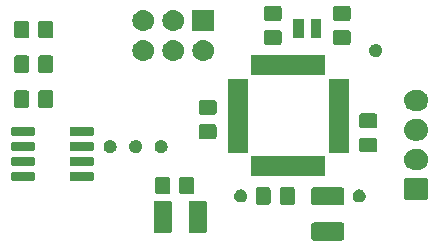
<source format=gbr>
G04 #@! TF.GenerationSoftware,KiCad,Pcbnew,(5.1.4)-1*
G04 #@! TF.CreationDate,2020-03-10T20:28:57-04:00*
G04 #@! TF.ProjectId,Torchic,546f7263-6869-4632-9e6b-696361645f70,rev?*
G04 #@! TF.SameCoordinates,Original*
G04 #@! TF.FileFunction,Soldermask,Top*
G04 #@! TF.FilePolarity,Negative*
%FSLAX46Y46*%
G04 Gerber Fmt 4.6, Leading zero omitted, Abs format (unit mm)*
G04 Created by KiCad (PCBNEW (5.1.4)-1) date 2020-03-10 20:28:57*
%MOMM*%
%LPD*%
G04 APERTURE LIST*
%ADD10C,0.100000*%
G04 APERTURE END LIST*
D10*
G36*
X89871562Y-59529181D02*
G01*
X89906481Y-59539774D01*
X89938663Y-59556976D01*
X89966873Y-59580127D01*
X89990024Y-59608337D01*
X90007226Y-59640519D01*
X90017819Y-59675438D01*
X90022000Y-59717895D01*
X90022000Y-60859105D01*
X90017819Y-60901562D01*
X90007226Y-60936481D01*
X89990024Y-60968663D01*
X89966873Y-60996873D01*
X89938663Y-61020024D01*
X89906481Y-61037226D01*
X89871562Y-61047819D01*
X89829105Y-61052000D01*
X87462895Y-61052000D01*
X87420438Y-61047819D01*
X87385519Y-61037226D01*
X87353337Y-61020024D01*
X87325127Y-60996873D01*
X87301976Y-60968663D01*
X87284774Y-60936481D01*
X87274181Y-60901562D01*
X87270000Y-60859105D01*
X87270000Y-59717895D01*
X87274181Y-59675438D01*
X87284774Y-59640519D01*
X87301976Y-59608337D01*
X87325127Y-59580127D01*
X87353337Y-59556976D01*
X87385519Y-59539774D01*
X87420438Y-59529181D01*
X87462895Y-59525000D01*
X89829105Y-59525000D01*
X89871562Y-59529181D01*
X89871562Y-59529181D01*
G37*
G36*
X78264062Y-57683181D02*
G01*
X78298981Y-57693774D01*
X78331163Y-57710976D01*
X78359373Y-57734127D01*
X78382524Y-57762337D01*
X78399726Y-57794519D01*
X78410319Y-57829438D01*
X78414500Y-57871895D01*
X78414500Y-60238105D01*
X78410319Y-60280562D01*
X78399726Y-60315481D01*
X78382524Y-60347663D01*
X78359373Y-60375873D01*
X78331163Y-60399024D01*
X78298981Y-60416226D01*
X78264062Y-60426819D01*
X78221605Y-60431000D01*
X77080395Y-60431000D01*
X77037938Y-60426819D01*
X77003019Y-60416226D01*
X76970837Y-60399024D01*
X76942627Y-60375873D01*
X76919476Y-60347663D01*
X76902274Y-60315481D01*
X76891681Y-60280562D01*
X76887500Y-60238105D01*
X76887500Y-57871895D01*
X76891681Y-57829438D01*
X76902274Y-57794519D01*
X76919476Y-57762337D01*
X76942627Y-57734127D01*
X76970837Y-57710976D01*
X77003019Y-57693774D01*
X77037938Y-57683181D01*
X77080395Y-57679000D01*
X78221605Y-57679000D01*
X78264062Y-57683181D01*
X78264062Y-57683181D01*
G37*
G36*
X75289062Y-57683181D02*
G01*
X75323981Y-57693774D01*
X75356163Y-57710976D01*
X75384373Y-57734127D01*
X75407524Y-57762337D01*
X75424726Y-57794519D01*
X75435319Y-57829438D01*
X75439500Y-57871895D01*
X75439500Y-60238105D01*
X75435319Y-60280562D01*
X75424726Y-60315481D01*
X75407524Y-60347663D01*
X75384373Y-60375873D01*
X75356163Y-60399024D01*
X75323981Y-60416226D01*
X75289062Y-60426819D01*
X75246605Y-60431000D01*
X74105395Y-60431000D01*
X74062938Y-60426819D01*
X74028019Y-60416226D01*
X73995837Y-60399024D01*
X73967627Y-60375873D01*
X73944476Y-60347663D01*
X73927274Y-60315481D01*
X73916681Y-60280562D01*
X73912500Y-60238105D01*
X73912500Y-57871895D01*
X73916681Y-57829438D01*
X73927274Y-57794519D01*
X73944476Y-57762337D01*
X73967627Y-57734127D01*
X73995837Y-57710976D01*
X74028019Y-57693774D01*
X74062938Y-57683181D01*
X74105395Y-57679000D01*
X75246605Y-57679000D01*
X75289062Y-57683181D01*
X75289062Y-57683181D01*
G37*
G36*
X89871562Y-56554181D02*
G01*
X89906481Y-56564774D01*
X89938663Y-56581976D01*
X89966873Y-56605127D01*
X89990024Y-56633337D01*
X90007226Y-56665519D01*
X90017819Y-56700438D01*
X90022000Y-56742895D01*
X90022000Y-57884105D01*
X90017819Y-57926562D01*
X90007226Y-57961481D01*
X89990024Y-57993663D01*
X89966873Y-58021873D01*
X89938663Y-58045024D01*
X89906481Y-58062226D01*
X89871562Y-58072819D01*
X89829105Y-58077000D01*
X87462895Y-58077000D01*
X87420438Y-58072819D01*
X87385519Y-58062226D01*
X87353337Y-58045024D01*
X87325127Y-58021873D01*
X87301976Y-57993663D01*
X87284774Y-57961481D01*
X87274181Y-57926562D01*
X87270000Y-57884105D01*
X87270000Y-56742895D01*
X87274181Y-56700438D01*
X87284774Y-56665519D01*
X87301976Y-56633337D01*
X87325127Y-56605127D01*
X87353337Y-56581976D01*
X87385519Y-56564774D01*
X87420438Y-56554181D01*
X87462895Y-56550000D01*
X89829105Y-56550000D01*
X89871562Y-56554181D01*
X89871562Y-56554181D01*
G37*
G36*
X83648674Y-56530465D02*
G01*
X83686367Y-56541899D01*
X83721103Y-56560466D01*
X83751548Y-56585452D01*
X83776534Y-56615897D01*
X83795101Y-56650633D01*
X83806535Y-56688326D01*
X83811000Y-56733661D01*
X83811000Y-57820339D01*
X83806535Y-57865674D01*
X83795101Y-57903367D01*
X83776534Y-57938103D01*
X83751548Y-57968548D01*
X83721103Y-57993534D01*
X83686367Y-58012101D01*
X83648674Y-58023535D01*
X83603339Y-58028000D01*
X82766661Y-58028000D01*
X82721326Y-58023535D01*
X82683633Y-58012101D01*
X82648897Y-57993534D01*
X82618452Y-57968548D01*
X82593466Y-57938103D01*
X82574899Y-57903367D01*
X82563465Y-57865674D01*
X82559000Y-57820339D01*
X82559000Y-56733661D01*
X82563465Y-56688326D01*
X82574899Y-56650633D01*
X82593466Y-56615897D01*
X82618452Y-56585452D01*
X82648897Y-56560466D01*
X82683633Y-56541899D01*
X82721326Y-56530465D01*
X82766661Y-56526000D01*
X83603339Y-56526000D01*
X83648674Y-56530465D01*
X83648674Y-56530465D01*
G37*
G36*
X85698674Y-56530465D02*
G01*
X85736367Y-56541899D01*
X85771103Y-56560466D01*
X85801548Y-56585452D01*
X85826534Y-56615897D01*
X85845101Y-56650633D01*
X85856535Y-56688326D01*
X85861000Y-56733661D01*
X85861000Y-57820339D01*
X85856535Y-57865674D01*
X85845101Y-57903367D01*
X85826534Y-57938103D01*
X85801548Y-57968548D01*
X85771103Y-57993534D01*
X85736367Y-58012101D01*
X85698674Y-58023535D01*
X85653339Y-58028000D01*
X84816661Y-58028000D01*
X84771326Y-58023535D01*
X84733633Y-58012101D01*
X84698897Y-57993534D01*
X84668452Y-57968548D01*
X84643466Y-57938103D01*
X84624899Y-57903367D01*
X84613465Y-57865674D01*
X84609000Y-57820339D01*
X84609000Y-56733661D01*
X84613465Y-56688326D01*
X84624899Y-56650633D01*
X84643466Y-56615897D01*
X84668452Y-56585452D01*
X84698897Y-56560466D01*
X84733633Y-56541899D01*
X84771326Y-56530465D01*
X84816661Y-56526000D01*
X85653339Y-56526000D01*
X85698674Y-56530465D01*
X85698674Y-56530465D01*
G37*
G36*
X91473721Y-56747174D02*
G01*
X91573995Y-56788709D01*
X91617675Y-56817895D01*
X91664242Y-56849010D01*
X91740990Y-56925758D01*
X91740991Y-56925760D01*
X91801291Y-57016005D01*
X91842826Y-57116279D01*
X91864000Y-57222730D01*
X91864000Y-57331270D01*
X91842826Y-57437721D01*
X91801291Y-57537995D01*
X91801290Y-57537996D01*
X91740990Y-57628242D01*
X91664242Y-57704990D01*
X91655283Y-57710976D01*
X91573995Y-57765291D01*
X91473721Y-57806826D01*
X91367270Y-57828000D01*
X91258730Y-57828000D01*
X91152279Y-57806826D01*
X91052005Y-57765291D01*
X90970717Y-57710976D01*
X90961758Y-57704990D01*
X90885010Y-57628242D01*
X90824710Y-57537996D01*
X90824709Y-57537995D01*
X90783174Y-57437721D01*
X90762000Y-57331270D01*
X90762000Y-57222730D01*
X90783174Y-57116279D01*
X90824709Y-57016005D01*
X90885009Y-56925760D01*
X90885010Y-56925758D01*
X90961758Y-56849010D01*
X91008325Y-56817895D01*
X91052005Y-56788709D01*
X91152279Y-56747174D01*
X91258730Y-56726000D01*
X91367270Y-56726000D01*
X91473721Y-56747174D01*
X91473721Y-56747174D01*
G37*
G36*
X81440721Y-56747174D02*
G01*
X81540995Y-56788709D01*
X81584675Y-56817895D01*
X81631242Y-56849010D01*
X81707990Y-56925758D01*
X81707991Y-56925760D01*
X81768291Y-57016005D01*
X81809826Y-57116279D01*
X81831000Y-57222730D01*
X81831000Y-57331270D01*
X81809826Y-57437721D01*
X81768291Y-57537995D01*
X81768290Y-57537996D01*
X81707990Y-57628242D01*
X81631242Y-57704990D01*
X81622283Y-57710976D01*
X81540995Y-57765291D01*
X81440721Y-57806826D01*
X81334270Y-57828000D01*
X81225730Y-57828000D01*
X81119279Y-57806826D01*
X81019005Y-57765291D01*
X80937717Y-57710976D01*
X80928758Y-57704990D01*
X80852010Y-57628242D01*
X80791710Y-57537996D01*
X80791709Y-57537995D01*
X80750174Y-57437721D01*
X80729000Y-57331270D01*
X80729000Y-57222730D01*
X80750174Y-57116279D01*
X80791709Y-57016005D01*
X80852009Y-56925760D01*
X80852010Y-56925758D01*
X80928758Y-56849010D01*
X80975325Y-56817895D01*
X81019005Y-56788709D01*
X81119279Y-56747174D01*
X81225730Y-56726000D01*
X81334270Y-56726000D01*
X81440721Y-56747174D01*
X81440721Y-56747174D01*
G37*
G36*
X97022600Y-55791989D02*
G01*
X97055652Y-55802015D01*
X97086103Y-55818292D01*
X97112799Y-55840201D01*
X97134708Y-55866897D01*
X97150985Y-55897348D01*
X97161011Y-55930400D01*
X97165000Y-55970903D01*
X97165000Y-57407097D01*
X97161011Y-57447600D01*
X97150985Y-57480652D01*
X97134708Y-57511103D01*
X97112799Y-57537799D01*
X97086103Y-57559708D01*
X97055652Y-57575985D01*
X97022600Y-57586011D01*
X96982097Y-57590000D01*
X95295903Y-57590000D01*
X95255400Y-57586011D01*
X95222348Y-57575985D01*
X95191897Y-57559708D01*
X95165201Y-57537799D01*
X95143292Y-57511103D01*
X95127015Y-57480652D01*
X95116989Y-57447600D01*
X95113000Y-57407097D01*
X95113000Y-55970903D01*
X95116989Y-55930400D01*
X95127015Y-55897348D01*
X95143292Y-55866897D01*
X95165201Y-55840201D01*
X95191897Y-55818292D01*
X95222348Y-55802015D01*
X95255400Y-55791989D01*
X95295903Y-55788000D01*
X96982097Y-55788000D01*
X97022600Y-55791989D01*
X97022600Y-55791989D01*
G37*
G36*
X77180674Y-55641465D02*
G01*
X77218367Y-55652899D01*
X77253103Y-55671466D01*
X77283548Y-55696452D01*
X77308534Y-55726897D01*
X77327101Y-55761633D01*
X77338535Y-55799326D01*
X77343000Y-55844661D01*
X77343000Y-56931339D01*
X77338535Y-56976674D01*
X77327101Y-57014367D01*
X77308534Y-57049103D01*
X77283548Y-57079548D01*
X77253103Y-57104534D01*
X77218367Y-57123101D01*
X77180674Y-57134535D01*
X77135339Y-57139000D01*
X76298661Y-57139000D01*
X76253326Y-57134535D01*
X76215633Y-57123101D01*
X76180897Y-57104534D01*
X76150452Y-57079548D01*
X76125466Y-57049103D01*
X76106899Y-57014367D01*
X76095465Y-56976674D01*
X76091000Y-56931339D01*
X76091000Y-55844661D01*
X76095465Y-55799326D01*
X76106899Y-55761633D01*
X76125466Y-55726897D01*
X76150452Y-55696452D01*
X76180897Y-55671466D01*
X76215633Y-55652899D01*
X76253326Y-55641465D01*
X76298661Y-55637000D01*
X77135339Y-55637000D01*
X77180674Y-55641465D01*
X77180674Y-55641465D01*
G37*
G36*
X75130674Y-55641465D02*
G01*
X75168367Y-55652899D01*
X75203103Y-55671466D01*
X75233548Y-55696452D01*
X75258534Y-55726897D01*
X75277101Y-55761633D01*
X75288535Y-55799326D01*
X75293000Y-55844661D01*
X75293000Y-56931339D01*
X75288535Y-56976674D01*
X75277101Y-57014367D01*
X75258534Y-57049103D01*
X75233548Y-57079548D01*
X75203103Y-57104534D01*
X75168367Y-57123101D01*
X75130674Y-57134535D01*
X75085339Y-57139000D01*
X74248661Y-57139000D01*
X74203326Y-57134535D01*
X74165633Y-57123101D01*
X74130897Y-57104534D01*
X74100452Y-57079548D01*
X74075466Y-57049103D01*
X74056899Y-57014367D01*
X74045465Y-56976674D01*
X74041000Y-56931339D01*
X74041000Y-55844661D01*
X74045465Y-55799326D01*
X74056899Y-55761633D01*
X74075466Y-55726897D01*
X74100452Y-55696452D01*
X74130897Y-55671466D01*
X74165633Y-55652899D01*
X74203326Y-55641465D01*
X74248661Y-55637000D01*
X75085339Y-55637000D01*
X75130674Y-55641465D01*
X75130674Y-55641465D01*
G37*
G36*
X68752928Y-55277764D02*
G01*
X68774009Y-55284160D01*
X68793445Y-55294548D01*
X68810476Y-55308524D01*
X68824452Y-55325555D01*
X68834840Y-55344991D01*
X68841236Y-55366072D01*
X68844000Y-55394140D01*
X68844000Y-55857860D01*
X68841236Y-55885928D01*
X68834840Y-55907009D01*
X68824452Y-55926445D01*
X68810476Y-55943476D01*
X68793445Y-55957452D01*
X68774009Y-55967840D01*
X68752928Y-55974236D01*
X68724860Y-55977000D01*
X66911140Y-55977000D01*
X66883072Y-55974236D01*
X66861991Y-55967840D01*
X66842555Y-55957452D01*
X66825524Y-55943476D01*
X66811548Y-55926445D01*
X66801160Y-55907009D01*
X66794764Y-55885928D01*
X66792000Y-55857860D01*
X66792000Y-55394140D01*
X66794764Y-55366072D01*
X66801160Y-55344991D01*
X66811548Y-55325555D01*
X66825524Y-55308524D01*
X66842555Y-55294548D01*
X66861991Y-55284160D01*
X66883072Y-55277764D01*
X66911140Y-55275000D01*
X68724860Y-55275000D01*
X68752928Y-55277764D01*
X68752928Y-55277764D01*
G37*
G36*
X63802928Y-55277764D02*
G01*
X63824009Y-55284160D01*
X63843445Y-55294548D01*
X63860476Y-55308524D01*
X63874452Y-55325555D01*
X63884840Y-55344991D01*
X63891236Y-55366072D01*
X63894000Y-55394140D01*
X63894000Y-55857860D01*
X63891236Y-55885928D01*
X63884840Y-55907009D01*
X63874452Y-55926445D01*
X63860476Y-55943476D01*
X63843445Y-55957452D01*
X63824009Y-55967840D01*
X63802928Y-55974236D01*
X63774860Y-55977000D01*
X61961140Y-55977000D01*
X61933072Y-55974236D01*
X61911991Y-55967840D01*
X61892555Y-55957452D01*
X61875524Y-55943476D01*
X61861548Y-55926445D01*
X61851160Y-55907009D01*
X61844764Y-55885928D01*
X61842000Y-55857860D01*
X61842000Y-55394140D01*
X61844764Y-55366072D01*
X61851160Y-55344991D01*
X61861548Y-55325555D01*
X61875524Y-55308524D01*
X61892555Y-55294548D01*
X61911991Y-55284160D01*
X61933072Y-55277764D01*
X61961140Y-55275000D01*
X63774860Y-55275000D01*
X63802928Y-55277764D01*
X63802928Y-55277764D01*
G37*
G36*
X88451000Y-55579000D02*
G01*
X82199000Y-55579000D01*
X82199000Y-53877000D01*
X88451000Y-53877000D01*
X88451000Y-55579000D01*
X88451000Y-55579000D01*
G37*
G36*
X96374442Y-53294518D02*
G01*
X96440627Y-53301037D01*
X96610466Y-53352557D01*
X96766991Y-53436222D01*
X96802729Y-53465552D01*
X96904186Y-53548814D01*
X96976557Y-53637000D01*
X97016778Y-53686009D01*
X97100443Y-53842534D01*
X97151963Y-54012373D01*
X97169359Y-54189000D01*
X97151963Y-54365627D01*
X97100443Y-54535466D01*
X97016778Y-54691991D01*
X97004460Y-54707000D01*
X96904186Y-54829186D01*
X96802729Y-54912448D01*
X96766991Y-54941778D01*
X96610466Y-55025443D01*
X96440627Y-55076963D01*
X96374443Y-55083481D01*
X96308260Y-55090000D01*
X95969740Y-55090000D01*
X95903557Y-55083481D01*
X95837373Y-55076963D01*
X95667534Y-55025443D01*
X95511009Y-54941778D01*
X95475271Y-54912448D01*
X95373814Y-54829186D01*
X95273540Y-54707000D01*
X95261222Y-54691991D01*
X95177557Y-54535466D01*
X95126037Y-54365627D01*
X95108641Y-54189000D01*
X95126037Y-54012373D01*
X95177557Y-53842534D01*
X95261222Y-53686009D01*
X95301443Y-53637000D01*
X95373814Y-53548814D01*
X95475271Y-53465552D01*
X95511009Y-53436222D01*
X95667534Y-53352557D01*
X95837373Y-53301037D01*
X95903558Y-53294518D01*
X95969740Y-53288000D01*
X96308260Y-53288000D01*
X96374442Y-53294518D01*
X96374442Y-53294518D01*
G37*
G36*
X63802928Y-54007764D02*
G01*
X63824009Y-54014160D01*
X63843445Y-54024548D01*
X63860476Y-54038524D01*
X63874452Y-54055555D01*
X63884840Y-54074991D01*
X63891236Y-54096072D01*
X63894000Y-54124140D01*
X63894000Y-54587860D01*
X63891236Y-54615928D01*
X63884840Y-54637009D01*
X63874452Y-54656445D01*
X63860476Y-54673476D01*
X63843445Y-54687452D01*
X63824009Y-54697840D01*
X63802928Y-54704236D01*
X63774860Y-54707000D01*
X61961140Y-54707000D01*
X61933072Y-54704236D01*
X61911991Y-54697840D01*
X61892555Y-54687452D01*
X61875524Y-54673476D01*
X61861548Y-54656445D01*
X61851160Y-54637009D01*
X61844764Y-54615928D01*
X61842000Y-54587860D01*
X61842000Y-54124140D01*
X61844764Y-54096072D01*
X61851160Y-54074991D01*
X61861548Y-54055555D01*
X61875524Y-54038524D01*
X61892555Y-54024548D01*
X61911991Y-54014160D01*
X61933072Y-54007764D01*
X61961140Y-54005000D01*
X63774860Y-54005000D01*
X63802928Y-54007764D01*
X63802928Y-54007764D01*
G37*
G36*
X68752928Y-54007764D02*
G01*
X68774009Y-54014160D01*
X68793445Y-54024548D01*
X68810476Y-54038524D01*
X68824452Y-54055555D01*
X68834840Y-54074991D01*
X68841236Y-54096072D01*
X68844000Y-54124140D01*
X68844000Y-54587860D01*
X68841236Y-54615928D01*
X68834840Y-54637009D01*
X68824452Y-54656445D01*
X68810476Y-54673476D01*
X68793445Y-54687452D01*
X68774009Y-54697840D01*
X68752928Y-54704236D01*
X68724860Y-54707000D01*
X66911140Y-54707000D01*
X66883072Y-54704236D01*
X66861991Y-54697840D01*
X66842555Y-54687452D01*
X66825524Y-54673476D01*
X66811548Y-54656445D01*
X66801160Y-54637009D01*
X66794764Y-54615928D01*
X66792000Y-54587860D01*
X66792000Y-54124140D01*
X66794764Y-54096072D01*
X66801160Y-54074991D01*
X66811548Y-54055555D01*
X66825524Y-54038524D01*
X66842555Y-54024548D01*
X66861991Y-54014160D01*
X66883072Y-54007764D01*
X66911140Y-54005000D01*
X68724860Y-54005000D01*
X68752928Y-54007764D01*
X68752928Y-54007764D01*
G37*
G36*
X70391721Y-52556174D02*
G01*
X70491995Y-52597709D01*
X70491996Y-52597710D01*
X70582242Y-52658010D01*
X70658990Y-52734758D01*
X70689345Y-52780188D01*
X70719291Y-52825005D01*
X70760826Y-52925279D01*
X70782000Y-53031730D01*
X70782000Y-53140270D01*
X70760826Y-53246721D01*
X70719291Y-53346995D01*
X70715574Y-53352558D01*
X70658990Y-53437242D01*
X70582242Y-53513990D01*
X70536812Y-53544345D01*
X70491995Y-53574291D01*
X70391721Y-53615826D01*
X70285270Y-53637000D01*
X70176730Y-53637000D01*
X70070279Y-53615826D01*
X69970005Y-53574291D01*
X69925188Y-53544345D01*
X69879758Y-53513990D01*
X69803010Y-53437242D01*
X69746426Y-53352558D01*
X69742709Y-53346995D01*
X69701174Y-53246721D01*
X69680000Y-53140270D01*
X69680000Y-53031730D01*
X69701174Y-52925279D01*
X69742709Y-52825005D01*
X69772655Y-52780188D01*
X69803010Y-52734758D01*
X69879758Y-52658010D01*
X69970004Y-52597710D01*
X69970005Y-52597709D01*
X70070279Y-52556174D01*
X70176730Y-52535000D01*
X70285270Y-52535000D01*
X70391721Y-52556174D01*
X70391721Y-52556174D01*
G37*
G36*
X74709721Y-52556174D02*
G01*
X74809995Y-52597709D01*
X74809996Y-52597710D01*
X74900242Y-52658010D01*
X74976990Y-52734758D01*
X75007345Y-52780188D01*
X75037291Y-52825005D01*
X75078826Y-52925279D01*
X75100000Y-53031730D01*
X75100000Y-53140270D01*
X75078826Y-53246721D01*
X75037291Y-53346995D01*
X75033574Y-53352558D01*
X74976990Y-53437242D01*
X74900242Y-53513990D01*
X74854812Y-53544345D01*
X74809995Y-53574291D01*
X74709721Y-53615826D01*
X74603270Y-53637000D01*
X74494730Y-53637000D01*
X74388279Y-53615826D01*
X74288005Y-53574291D01*
X74243188Y-53544345D01*
X74197758Y-53513990D01*
X74121010Y-53437242D01*
X74064426Y-53352558D01*
X74060709Y-53346995D01*
X74019174Y-53246721D01*
X73998000Y-53140270D01*
X73998000Y-53031730D01*
X74019174Y-52925279D01*
X74060709Y-52825005D01*
X74090655Y-52780188D01*
X74121010Y-52734758D01*
X74197758Y-52658010D01*
X74288004Y-52597710D01*
X74288005Y-52597709D01*
X74388279Y-52556174D01*
X74494730Y-52535000D01*
X74603270Y-52535000D01*
X74709721Y-52556174D01*
X74709721Y-52556174D01*
G37*
G36*
X72550721Y-52556174D02*
G01*
X72650995Y-52597709D01*
X72650996Y-52597710D01*
X72741242Y-52658010D01*
X72817990Y-52734758D01*
X72848345Y-52780188D01*
X72878291Y-52825005D01*
X72919826Y-52925279D01*
X72941000Y-53031730D01*
X72941000Y-53140270D01*
X72919826Y-53246721D01*
X72878291Y-53346995D01*
X72874574Y-53352558D01*
X72817990Y-53437242D01*
X72741242Y-53513990D01*
X72695812Y-53544345D01*
X72650995Y-53574291D01*
X72550721Y-53615826D01*
X72444270Y-53637000D01*
X72335730Y-53637000D01*
X72229279Y-53615826D01*
X72129005Y-53574291D01*
X72084188Y-53544345D01*
X72038758Y-53513990D01*
X71962010Y-53437242D01*
X71905426Y-53352558D01*
X71901709Y-53346995D01*
X71860174Y-53246721D01*
X71839000Y-53140270D01*
X71839000Y-53031730D01*
X71860174Y-52925279D01*
X71901709Y-52825005D01*
X71931655Y-52780188D01*
X71962010Y-52734758D01*
X72038758Y-52658010D01*
X72129004Y-52597710D01*
X72129005Y-52597709D01*
X72229279Y-52556174D01*
X72335730Y-52535000D01*
X72444270Y-52535000D01*
X72550721Y-52556174D01*
X72550721Y-52556174D01*
G37*
G36*
X81926000Y-53604000D02*
G01*
X80224000Y-53604000D01*
X80224000Y-47352000D01*
X81926000Y-47352000D01*
X81926000Y-53604000D01*
X81926000Y-53604000D01*
G37*
G36*
X90426000Y-53604000D02*
G01*
X88724000Y-53604000D01*
X88724000Y-47352000D01*
X90426000Y-47352000D01*
X90426000Y-53604000D01*
X90426000Y-53604000D01*
G37*
G36*
X92663674Y-52346465D02*
G01*
X92701367Y-52357899D01*
X92736103Y-52376466D01*
X92766548Y-52401452D01*
X92791534Y-52431897D01*
X92810101Y-52466633D01*
X92821535Y-52504326D01*
X92826000Y-52549661D01*
X92826000Y-53386339D01*
X92821535Y-53431674D01*
X92810101Y-53469367D01*
X92791534Y-53504103D01*
X92766548Y-53534548D01*
X92736103Y-53559534D01*
X92701367Y-53578101D01*
X92663674Y-53589535D01*
X92618339Y-53594000D01*
X91531661Y-53594000D01*
X91486326Y-53589535D01*
X91448633Y-53578101D01*
X91413897Y-53559534D01*
X91383452Y-53534548D01*
X91358466Y-53504103D01*
X91339899Y-53469367D01*
X91328465Y-53431674D01*
X91324000Y-53386339D01*
X91324000Y-52549661D01*
X91328465Y-52504326D01*
X91339899Y-52466633D01*
X91358466Y-52431897D01*
X91383452Y-52401452D01*
X91413897Y-52376466D01*
X91448633Y-52357899D01*
X91486326Y-52346465D01*
X91531661Y-52342000D01*
X92618339Y-52342000D01*
X92663674Y-52346465D01*
X92663674Y-52346465D01*
G37*
G36*
X68752928Y-52737764D02*
G01*
X68774009Y-52744160D01*
X68793445Y-52754548D01*
X68810476Y-52768524D01*
X68824452Y-52785555D01*
X68834840Y-52804991D01*
X68841236Y-52826072D01*
X68844000Y-52854140D01*
X68844000Y-53317860D01*
X68841236Y-53345928D01*
X68834840Y-53367009D01*
X68824452Y-53386445D01*
X68810476Y-53403476D01*
X68793445Y-53417452D01*
X68774009Y-53427840D01*
X68752928Y-53434236D01*
X68724860Y-53437000D01*
X66911140Y-53437000D01*
X66883072Y-53434236D01*
X66861991Y-53427840D01*
X66842555Y-53417452D01*
X66825524Y-53403476D01*
X66811548Y-53386445D01*
X66801160Y-53367009D01*
X66794764Y-53345928D01*
X66792000Y-53317860D01*
X66792000Y-52854140D01*
X66794764Y-52826072D01*
X66801160Y-52804991D01*
X66811548Y-52785555D01*
X66825524Y-52768524D01*
X66842555Y-52754548D01*
X66861991Y-52744160D01*
X66883072Y-52737764D01*
X66911140Y-52735000D01*
X68724860Y-52735000D01*
X68752928Y-52737764D01*
X68752928Y-52737764D01*
G37*
G36*
X63802928Y-52737764D02*
G01*
X63824009Y-52744160D01*
X63843445Y-52754548D01*
X63860476Y-52768524D01*
X63874452Y-52785555D01*
X63884840Y-52804991D01*
X63891236Y-52826072D01*
X63894000Y-52854140D01*
X63894000Y-53317860D01*
X63891236Y-53345928D01*
X63884840Y-53367009D01*
X63874452Y-53386445D01*
X63860476Y-53403476D01*
X63843445Y-53417452D01*
X63824009Y-53427840D01*
X63802928Y-53434236D01*
X63774860Y-53437000D01*
X61961140Y-53437000D01*
X61933072Y-53434236D01*
X61911991Y-53427840D01*
X61892555Y-53417452D01*
X61875524Y-53403476D01*
X61861548Y-53386445D01*
X61851160Y-53367009D01*
X61844764Y-53345928D01*
X61842000Y-53317860D01*
X61842000Y-52854140D01*
X61844764Y-52826072D01*
X61851160Y-52804991D01*
X61861548Y-52785555D01*
X61875524Y-52768524D01*
X61892555Y-52754548D01*
X61911991Y-52744160D01*
X61933072Y-52737764D01*
X61961140Y-52735000D01*
X63774860Y-52735000D01*
X63802928Y-52737764D01*
X63802928Y-52737764D01*
G37*
G36*
X96374443Y-50794519D02*
G01*
X96440627Y-50801037D01*
X96610466Y-50852557D01*
X96766991Y-50936222D01*
X96802729Y-50965552D01*
X96904186Y-51048814D01*
X96987448Y-51150271D01*
X97016778Y-51186009D01*
X97100443Y-51342534D01*
X97151963Y-51512373D01*
X97169359Y-51689000D01*
X97151963Y-51865627D01*
X97100443Y-52035466D01*
X97016778Y-52191991D01*
X96987448Y-52227729D01*
X96904186Y-52329186D01*
X96841924Y-52380282D01*
X96766991Y-52441778D01*
X96610466Y-52525443D01*
X96440627Y-52576963D01*
X96374443Y-52583481D01*
X96308260Y-52590000D01*
X95969740Y-52590000D01*
X95903557Y-52583481D01*
X95837373Y-52576963D01*
X95667534Y-52525443D01*
X95511009Y-52441778D01*
X95436076Y-52380282D01*
X95373814Y-52329186D01*
X95290552Y-52227729D01*
X95261222Y-52191991D01*
X95177557Y-52035466D01*
X95126037Y-51865627D01*
X95108641Y-51689000D01*
X95126037Y-51512373D01*
X95177557Y-51342534D01*
X95261222Y-51186009D01*
X95290552Y-51150271D01*
X95373814Y-51048814D01*
X95475271Y-50965552D01*
X95511009Y-50936222D01*
X95667534Y-50852557D01*
X95837373Y-50801037D01*
X95903557Y-50794519D01*
X95969740Y-50788000D01*
X96308260Y-50788000D01*
X96374443Y-50794519D01*
X96374443Y-50794519D01*
G37*
G36*
X79074674Y-51212465D02*
G01*
X79112367Y-51223899D01*
X79147103Y-51242466D01*
X79177548Y-51267452D01*
X79202534Y-51297897D01*
X79221101Y-51332633D01*
X79232535Y-51370326D01*
X79237000Y-51415661D01*
X79237000Y-52252339D01*
X79232535Y-52297674D01*
X79221101Y-52335367D01*
X79202534Y-52370103D01*
X79177548Y-52400548D01*
X79147103Y-52425534D01*
X79112367Y-52444101D01*
X79074674Y-52455535D01*
X79029339Y-52460000D01*
X77942661Y-52460000D01*
X77897326Y-52455535D01*
X77859633Y-52444101D01*
X77824897Y-52425534D01*
X77794452Y-52400548D01*
X77769466Y-52370103D01*
X77750899Y-52335367D01*
X77739465Y-52297674D01*
X77735000Y-52252339D01*
X77735000Y-51415661D01*
X77739465Y-51370326D01*
X77750899Y-51332633D01*
X77769466Y-51297897D01*
X77794452Y-51267452D01*
X77824897Y-51242466D01*
X77859633Y-51223899D01*
X77897326Y-51212465D01*
X77942661Y-51208000D01*
X79029339Y-51208000D01*
X79074674Y-51212465D01*
X79074674Y-51212465D01*
G37*
G36*
X63802928Y-51467764D02*
G01*
X63824009Y-51474160D01*
X63843445Y-51484548D01*
X63860476Y-51498524D01*
X63874452Y-51515555D01*
X63884840Y-51534991D01*
X63891236Y-51556072D01*
X63894000Y-51584140D01*
X63894000Y-52047860D01*
X63891236Y-52075928D01*
X63884840Y-52097009D01*
X63874452Y-52116445D01*
X63860476Y-52133476D01*
X63843445Y-52147452D01*
X63824009Y-52157840D01*
X63802928Y-52164236D01*
X63774860Y-52167000D01*
X61961140Y-52167000D01*
X61933072Y-52164236D01*
X61911991Y-52157840D01*
X61892555Y-52147452D01*
X61875524Y-52133476D01*
X61861548Y-52116445D01*
X61851160Y-52097009D01*
X61844764Y-52075928D01*
X61842000Y-52047860D01*
X61842000Y-51584140D01*
X61844764Y-51556072D01*
X61851160Y-51534991D01*
X61861548Y-51515555D01*
X61875524Y-51498524D01*
X61892555Y-51484548D01*
X61911991Y-51474160D01*
X61933072Y-51467764D01*
X61961140Y-51465000D01*
X63774860Y-51465000D01*
X63802928Y-51467764D01*
X63802928Y-51467764D01*
G37*
G36*
X68752928Y-51467764D02*
G01*
X68774009Y-51474160D01*
X68793445Y-51484548D01*
X68810476Y-51498524D01*
X68824452Y-51515555D01*
X68834840Y-51534991D01*
X68841236Y-51556072D01*
X68844000Y-51584140D01*
X68844000Y-52047860D01*
X68841236Y-52075928D01*
X68834840Y-52097009D01*
X68824452Y-52116445D01*
X68810476Y-52133476D01*
X68793445Y-52147452D01*
X68774009Y-52157840D01*
X68752928Y-52164236D01*
X68724860Y-52167000D01*
X66911140Y-52167000D01*
X66883072Y-52164236D01*
X66861991Y-52157840D01*
X66842555Y-52147452D01*
X66825524Y-52133476D01*
X66811548Y-52116445D01*
X66801160Y-52097009D01*
X66794764Y-52075928D01*
X66792000Y-52047860D01*
X66792000Y-51584140D01*
X66794764Y-51556072D01*
X66801160Y-51534991D01*
X66811548Y-51515555D01*
X66825524Y-51498524D01*
X66842555Y-51484548D01*
X66861991Y-51474160D01*
X66883072Y-51467764D01*
X66911140Y-51465000D01*
X68724860Y-51465000D01*
X68752928Y-51467764D01*
X68752928Y-51467764D01*
G37*
G36*
X92663674Y-50296465D02*
G01*
X92701367Y-50307899D01*
X92736103Y-50326466D01*
X92766548Y-50351452D01*
X92791534Y-50381897D01*
X92810101Y-50416633D01*
X92821535Y-50454326D01*
X92826000Y-50499661D01*
X92826000Y-51336339D01*
X92821535Y-51381674D01*
X92810101Y-51419367D01*
X92791534Y-51454103D01*
X92766548Y-51484548D01*
X92736103Y-51509534D01*
X92701367Y-51528101D01*
X92663674Y-51539535D01*
X92618339Y-51544000D01*
X91531661Y-51544000D01*
X91486326Y-51539535D01*
X91448633Y-51528101D01*
X91413897Y-51509534D01*
X91383452Y-51484548D01*
X91358466Y-51454103D01*
X91339899Y-51419367D01*
X91328465Y-51381674D01*
X91324000Y-51336339D01*
X91324000Y-50499661D01*
X91328465Y-50454326D01*
X91339899Y-50416633D01*
X91358466Y-50381897D01*
X91383452Y-50351452D01*
X91413897Y-50326466D01*
X91448633Y-50307899D01*
X91486326Y-50296465D01*
X91531661Y-50292000D01*
X92618339Y-50292000D01*
X92663674Y-50296465D01*
X92663674Y-50296465D01*
G37*
G36*
X79074674Y-49162465D02*
G01*
X79112367Y-49173899D01*
X79147103Y-49192466D01*
X79177548Y-49217452D01*
X79202534Y-49247897D01*
X79221101Y-49282633D01*
X79232535Y-49320326D01*
X79237000Y-49365661D01*
X79237000Y-50202339D01*
X79232535Y-50247674D01*
X79221101Y-50285367D01*
X79202534Y-50320103D01*
X79177548Y-50350548D01*
X79147103Y-50375534D01*
X79112367Y-50394101D01*
X79074674Y-50405535D01*
X79029339Y-50410000D01*
X77942661Y-50410000D01*
X77897326Y-50405535D01*
X77859633Y-50394101D01*
X77824897Y-50375534D01*
X77794452Y-50350548D01*
X77769466Y-50320103D01*
X77750899Y-50285367D01*
X77739465Y-50247674D01*
X77735000Y-50202339D01*
X77735000Y-49365661D01*
X77739465Y-49320326D01*
X77750899Y-49282633D01*
X77769466Y-49247897D01*
X77794452Y-49217452D01*
X77824897Y-49192466D01*
X77859633Y-49173899D01*
X77897326Y-49162465D01*
X77942661Y-49158000D01*
X79029339Y-49158000D01*
X79074674Y-49162465D01*
X79074674Y-49162465D01*
G37*
G36*
X96374442Y-48294518D02*
G01*
X96440627Y-48301037D01*
X96610466Y-48352557D01*
X96610468Y-48352558D01*
X96677620Y-48388452D01*
X96766991Y-48436222D01*
X96783733Y-48449962D01*
X96904186Y-48548814D01*
X96987448Y-48650271D01*
X97016778Y-48686009D01*
X97100443Y-48842534D01*
X97151963Y-49012373D01*
X97169359Y-49189000D01*
X97151963Y-49365627D01*
X97100443Y-49535466D01*
X97016778Y-49691991D01*
X97001967Y-49710038D01*
X96904186Y-49829186D01*
X96802729Y-49912448D01*
X96766991Y-49941778D01*
X96610466Y-50025443D01*
X96440627Y-50076963D01*
X96374443Y-50083481D01*
X96308260Y-50090000D01*
X95969740Y-50090000D01*
X95903557Y-50083481D01*
X95837373Y-50076963D01*
X95667534Y-50025443D01*
X95511009Y-49941778D01*
X95475271Y-49912448D01*
X95373814Y-49829186D01*
X95276033Y-49710038D01*
X95261222Y-49691991D01*
X95177557Y-49535466D01*
X95126037Y-49365627D01*
X95108641Y-49189000D01*
X95126037Y-49012373D01*
X95177557Y-48842534D01*
X95261222Y-48686009D01*
X95290552Y-48650271D01*
X95373814Y-48548814D01*
X95494267Y-48449962D01*
X95511009Y-48436222D01*
X95600380Y-48388452D01*
X95667532Y-48352558D01*
X95667534Y-48352557D01*
X95837373Y-48301037D01*
X95903557Y-48294519D01*
X95969740Y-48288000D01*
X96308260Y-48288000D01*
X96374442Y-48294518D01*
X96374442Y-48294518D01*
G37*
G36*
X63192674Y-48333465D02*
G01*
X63230367Y-48344899D01*
X63265103Y-48363466D01*
X63295548Y-48388452D01*
X63320534Y-48418897D01*
X63339101Y-48453633D01*
X63350535Y-48491326D01*
X63355000Y-48536661D01*
X63355000Y-49623339D01*
X63350535Y-49668674D01*
X63339101Y-49706367D01*
X63320534Y-49741103D01*
X63295548Y-49771548D01*
X63265103Y-49796534D01*
X63230367Y-49815101D01*
X63192674Y-49826535D01*
X63147339Y-49831000D01*
X62310661Y-49831000D01*
X62265326Y-49826535D01*
X62227633Y-49815101D01*
X62192897Y-49796534D01*
X62162452Y-49771548D01*
X62137466Y-49741103D01*
X62118899Y-49706367D01*
X62107465Y-49668674D01*
X62103000Y-49623339D01*
X62103000Y-48536661D01*
X62107465Y-48491326D01*
X62118899Y-48453633D01*
X62137466Y-48418897D01*
X62162452Y-48388452D01*
X62192897Y-48363466D01*
X62227633Y-48344899D01*
X62265326Y-48333465D01*
X62310661Y-48329000D01*
X63147339Y-48329000D01*
X63192674Y-48333465D01*
X63192674Y-48333465D01*
G37*
G36*
X65242674Y-48333465D02*
G01*
X65280367Y-48344899D01*
X65315103Y-48363466D01*
X65345548Y-48388452D01*
X65370534Y-48418897D01*
X65389101Y-48453633D01*
X65400535Y-48491326D01*
X65405000Y-48536661D01*
X65405000Y-49623339D01*
X65400535Y-49668674D01*
X65389101Y-49706367D01*
X65370534Y-49741103D01*
X65345548Y-49771548D01*
X65315103Y-49796534D01*
X65280367Y-49815101D01*
X65242674Y-49826535D01*
X65197339Y-49831000D01*
X64360661Y-49831000D01*
X64315326Y-49826535D01*
X64277633Y-49815101D01*
X64242897Y-49796534D01*
X64212452Y-49771548D01*
X64187466Y-49741103D01*
X64168899Y-49706367D01*
X64157465Y-49668674D01*
X64153000Y-49623339D01*
X64153000Y-48536661D01*
X64157465Y-48491326D01*
X64168899Y-48453633D01*
X64187466Y-48418897D01*
X64212452Y-48388452D01*
X64242897Y-48363466D01*
X64277633Y-48344899D01*
X64315326Y-48333465D01*
X64360661Y-48329000D01*
X65197339Y-48329000D01*
X65242674Y-48333465D01*
X65242674Y-48333465D01*
G37*
G36*
X88451000Y-47079000D02*
G01*
X82199000Y-47079000D01*
X82199000Y-45377000D01*
X88451000Y-45377000D01*
X88451000Y-47079000D01*
X88451000Y-47079000D01*
G37*
G36*
X65242674Y-45383465D02*
G01*
X65280367Y-45394899D01*
X65315103Y-45413466D01*
X65345548Y-45438452D01*
X65370534Y-45468897D01*
X65389101Y-45503633D01*
X65400535Y-45541326D01*
X65405000Y-45586661D01*
X65405000Y-46673339D01*
X65400535Y-46718674D01*
X65389101Y-46756367D01*
X65370534Y-46791103D01*
X65345548Y-46821548D01*
X65315103Y-46846534D01*
X65280367Y-46865101D01*
X65242674Y-46876535D01*
X65197339Y-46881000D01*
X64360661Y-46881000D01*
X64315326Y-46876535D01*
X64277633Y-46865101D01*
X64242897Y-46846534D01*
X64212452Y-46821548D01*
X64187466Y-46791103D01*
X64168899Y-46756367D01*
X64157465Y-46718674D01*
X64153000Y-46673339D01*
X64153000Y-45586661D01*
X64157465Y-45541326D01*
X64168899Y-45503633D01*
X64187466Y-45468897D01*
X64212452Y-45438452D01*
X64242897Y-45413466D01*
X64277633Y-45394899D01*
X64315326Y-45383465D01*
X64360661Y-45379000D01*
X65197339Y-45379000D01*
X65242674Y-45383465D01*
X65242674Y-45383465D01*
G37*
G36*
X63192674Y-45383465D02*
G01*
X63230367Y-45394899D01*
X63265103Y-45413466D01*
X63295548Y-45438452D01*
X63320534Y-45468897D01*
X63339101Y-45503633D01*
X63350535Y-45541326D01*
X63355000Y-45586661D01*
X63355000Y-46673339D01*
X63350535Y-46718674D01*
X63339101Y-46756367D01*
X63320534Y-46791103D01*
X63295548Y-46821548D01*
X63265103Y-46846534D01*
X63230367Y-46865101D01*
X63192674Y-46876535D01*
X63147339Y-46881000D01*
X62310661Y-46881000D01*
X62265326Y-46876535D01*
X62227633Y-46865101D01*
X62192897Y-46846534D01*
X62162452Y-46821548D01*
X62137466Y-46791103D01*
X62118899Y-46756367D01*
X62107465Y-46718674D01*
X62103000Y-46673339D01*
X62103000Y-45586661D01*
X62107465Y-45541326D01*
X62118899Y-45503633D01*
X62137466Y-45468897D01*
X62162452Y-45438452D01*
X62192897Y-45413466D01*
X62227633Y-45394899D01*
X62265326Y-45383465D01*
X62310661Y-45379000D01*
X63147339Y-45379000D01*
X63192674Y-45383465D01*
X63192674Y-45383465D01*
G37*
G36*
X75675443Y-44063519D02*
G01*
X75741627Y-44070037D01*
X75911466Y-44121557D01*
X76067991Y-44205222D01*
X76085543Y-44219627D01*
X76205186Y-44317814D01*
X76288448Y-44419271D01*
X76317778Y-44455009D01*
X76401443Y-44611534D01*
X76452963Y-44781373D01*
X76470359Y-44958000D01*
X76452963Y-45134627D01*
X76401443Y-45304466D01*
X76317778Y-45460991D01*
X76295756Y-45487825D01*
X76205186Y-45598186D01*
X76103729Y-45681448D01*
X76067991Y-45710778D01*
X75911466Y-45794443D01*
X75741627Y-45845963D01*
X75675443Y-45852481D01*
X75609260Y-45859000D01*
X75520740Y-45859000D01*
X75454557Y-45852481D01*
X75388373Y-45845963D01*
X75218534Y-45794443D01*
X75062009Y-45710778D01*
X75026271Y-45681448D01*
X74924814Y-45598186D01*
X74834244Y-45487825D01*
X74812222Y-45460991D01*
X74728557Y-45304466D01*
X74677037Y-45134627D01*
X74659641Y-44958000D01*
X74677037Y-44781373D01*
X74728557Y-44611534D01*
X74812222Y-44455009D01*
X74841552Y-44419271D01*
X74924814Y-44317814D01*
X75044457Y-44219627D01*
X75062009Y-44205222D01*
X75218534Y-44121557D01*
X75388373Y-44070037D01*
X75454557Y-44063519D01*
X75520740Y-44057000D01*
X75609260Y-44057000D01*
X75675443Y-44063519D01*
X75675443Y-44063519D01*
G37*
G36*
X78215443Y-44063519D02*
G01*
X78281627Y-44070037D01*
X78451466Y-44121557D01*
X78607991Y-44205222D01*
X78625543Y-44219627D01*
X78745186Y-44317814D01*
X78828448Y-44419271D01*
X78857778Y-44455009D01*
X78941443Y-44611534D01*
X78992963Y-44781373D01*
X79010359Y-44958000D01*
X78992963Y-45134627D01*
X78941443Y-45304466D01*
X78857778Y-45460991D01*
X78835756Y-45487825D01*
X78745186Y-45598186D01*
X78643729Y-45681448D01*
X78607991Y-45710778D01*
X78451466Y-45794443D01*
X78281627Y-45845963D01*
X78215443Y-45852481D01*
X78149260Y-45859000D01*
X78060740Y-45859000D01*
X77994557Y-45852481D01*
X77928373Y-45845963D01*
X77758534Y-45794443D01*
X77602009Y-45710778D01*
X77566271Y-45681448D01*
X77464814Y-45598186D01*
X77374244Y-45487825D01*
X77352222Y-45460991D01*
X77268557Y-45304466D01*
X77217037Y-45134627D01*
X77199641Y-44958000D01*
X77217037Y-44781373D01*
X77268557Y-44611534D01*
X77352222Y-44455009D01*
X77381552Y-44419271D01*
X77464814Y-44317814D01*
X77584457Y-44219627D01*
X77602009Y-44205222D01*
X77758534Y-44121557D01*
X77928373Y-44070037D01*
X77994557Y-44063519D01*
X78060740Y-44057000D01*
X78149260Y-44057000D01*
X78215443Y-44063519D01*
X78215443Y-44063519D01*
G37*
G36*
X73135443Y-44063519D02*
G01*
X73201627Y-44070037D01*
X73371466Y-44121557D01*
X73527991Y-44205222D01*
X73545543Y-44219627D01*
X73665186Y-44317814D01*
X73748448Y-44419271D01*
X73777778Y-44455009D01*
X73861443Y-44611534D01*
X73912963Y-44781373D01*
X73930359Y-44958000D01*
X73912963Y-45134627D01*
X73861443Y-45304466D01*
X73777778Y-45460991D01*
X73755756Y-45487825D01*
X73665186Y-45598186D01*
X73563729Y-45681448D01*
X73527991Y-45710778D01*
X73371466Y-45794443D01*
X73201627Y-45845963D01*
X73135443Y-45852481D01*
X73069260Y-45859000D01*
X72980740Y-45859000D01*
X72914557Y-45852481D01*
X72848373Y-45845963D01*
X72678534Y-45794443D01*
X72522009Y-45710778D01*
X72486271Y-45681448D01*
X72384814Y-45598186D01*
X72294244Y-45487825D01*
X72272222Y-45460991D01*
X72188557Y-45304466D01*
X72137037Y-45134627D01*
X72119641Y-44958000D01*
X72137037Y-44781373D01*
X72188557Y-44611534D01*
X72272222Y-44455009D01*
X72301552Y-44419271D01*
X72384814Y-44317814D01*
X72504457Y-44219627D01*
X72522009Y-44205222D01*
X72678534Y-44121557D01*
X72848373Y-44070037D01*
X72914557Y-44063519D01*
X72980740Y-44057000D01*
X73069260Y-44057000D01*
X73135443Y-44063519D01*
X73135443Y-44063519D01*
G37*
G36*
X92870721Y-44428174D02*
G01*
X92970995Y-44469709D01*
X92980262Y-44475901D01*
X93061242Y-44530010D01*
X93137990Y-44606758D01*
X93137991Y-44606760D01*
X93198291Y-44697005D01*
X93239826Y-44797279D01*
X93261000Y-44903730D01*
X93261000Y-45012270D01*
X93239826Y-45118721D01*
X93198291Y-45218995D01*
X93198290Y-45218996D01*
X93137990Y-45309242D01*
X93061242Y-45385990D01*
X93040696Y-45399718D01*
X92970995Y-45446291D01*
X92870721Y-45487826D01*
X92764270Y-45509000D01*
X92655730Y-45509000D01*
X92549279Y-45487826D01*
X92449005Y-45446291D01*
X92379304Y-45399718D01*
X92358758Y-45385990D01*
X92282010Y-45309242D01*
X92221710Y-45218996D01*
X92221709Y-45218995D01*
X92180174Y-45118721D01*
X92159000Y-45012270D01*
X92159000Y-44903730D01*
X92180174Y-44797279D01*
X92221709Y-44697005D01*
X92282009Y-44606760D01*
X92282010Y-44606758D01*
X92358758Y-44530010D01*
X92439738Y-44475901D01*
X92449005Y-44469709D01*
X92549279Y-44428174D01*
X92655730Y-44407000D01*
X92764270Y-44407000D01*
X92870721Y-44428174D01*
X92870721Y-44428174D01*
G37*
G36*
X84586474Y-43244265D02*
G01*
X84624167Y-43255699D01*
X84658903Y-43274266D01*
X84689348Y-43299252D01*
X84714334Y-43329697D01*
X84732901Y-43364433D01*
X84744335Y-43402126D01*
X84748800Y-43447461D01*
X84748800Y-44284139D01*
X84744335Y-44329474D01*
X84732901Y-44367167D01*
X84714334Y-44401903D01*
X84689348Y-44432348D01*
X84658903Y-44457334D01*
X84624167Y-44475901D01*
X84586474Y-44487335D01*
X84541139Y-44491800D01*
X83454461Y-44491800D01*
X83409126Y-44487335D01*
X83371433Y-44475901D01*
X83336697Y-44457334D01*
X83306252Y-44432348D01*
X83281266Y-44401903D01*
X83262699Y-44367167D01*
X83251265Y-44329474D01*
X83246800Y-44284139D01*
X83246800Y-43447461D01*
X83251265Y-43402126D01*
X83262699Y-43364433D01*
X83281266Y-43329697D01*
X83306252Y-43299252D01*
X83336697Y-43274266D01*
X83371433Y-43255699D01*
X83409126Y-43244265D01*
X83454461Y-43239800D01*
X84541139Y-43239800D01*
X84586474Y-43244265D01*
X84586474Y-43244265D01*
G37*
G36*
X90428474Y-43244265D02*
G01*
X90466167Y-43255699D01*
X90500903Y-43274266D01*
X90531348Y-43299252D01*
X90556334Y-43329697D01*
X90574901Y-43364433D01*
X90586335Y-43402126D01*
X90590800Y-43447461D01*
X90590800Y-44284139D01*
X90586335Y-44329474D01*
X90574901Y-44367167D01*
X90556334Y-44401903D01*
X90531348Y-44432348D01*
X90500903Y-44457334D01*
X90466167Y-44475901D01*
X90428474Y-44487335D01*
X90383139Y-44491800D01*
X89296461Y-44491800D01*
X89251126Y-44487335D01*
X89213433Y-44475901D01*
X89178697Y-44457334D01*
X89148252Y-44432348D01*
X89123266Y-44401903D01*
X89104699Y-44367167D01*
X89093265Y-44329474D01*
X89088800Y-44284139D01*
X89088800Y-43447461D01*
X89093265Y-43402126D01*
X89104699Y-43364433D01*
X89123266Y-43329697D01*
X89148252Y-43299252D01*
X89178697Y-43274266D01*
X89213433Y-43255699D01*
X89251126Y-43244265D01*
X89296461Y-43239800D01*
X90383139Y-43239800D01*
X90428474Y-43244265D01*
X90428474Y-43244265D01*
G37*
G36*
X65242674Y-42433465D02*
G01*
X65280367Y-42444899D01*
X65315103Y-42463466D01*
X65345548Y-42488452D01*
X65370534Y-42518897D01*
X65389101Y-42553633D01*
X65400535Y-42591326D01*
X65405000Y-42636661D01*
X65405000Y-43723339D01*
X65400535Y-43768674D01*
X65389101Y-43806367D01*
X65370534Y-43841103D01*
X65345548Y-43871548D01*
X65315103Y-43896534D01*
X65280367Y-43915101D01*
X65242674Y-43926535D01*
X65197339Y-43931000D01*
X64360661Y-43931000D01*
X64315326Y-43926535D01*
X64277633Y-43915101D01*
X64242897Y-43896534D01*
X64212452Y-43871548D01*
X64187466Y-43841103D01*
X64168899Y-43806367D01*
X64157465Y-43768674D01*
X64153000Y-43723339D01*
X64153000Y-42636661D01*
X64157465Y-42591326D01*
X64168899Y-42553633D01*
X64187466Y-42518897D01*
X64212452Y-42488452D01*
X64242897Y-42463466D01*
X64277633Y-42444899D01*
X64315326Y-42433465D01*
X64360661Y-42429000D01*
X65197339Y-42429000D01*
X65242674Y-42433465D01*
X65242674Y-42433465D01*
G37*
G36*
X63192674Y-42433465D02*
G01*
X63230367Y-42444899D01*
X63265103Y-42463466D01*
X63295548Y-42488452D01*
X63320534Y-42518897D01*
X63339101Y-42553633D01*
X63350535Y-42591326D01*
X63355000Y-42636661D01*
X63355000Y-43723339D01*
X63350535Y-43768674D01*
X63339101Y-43806367D01*
X63320534Y-43841103D01*
X63295548Y-43871548D01*
X63265103Y-43896534D01*
X63230367Y-43915101D01*
X63192674Y-43926535D01*
X63147339Y-43931000D01*
X62310661Y-43931000D01*
X62265326Y-43926535D01*
X62227633Y-43915101D01*
X62192897Y-43896534D01*
X62162452Y-43871548D01*
X62137466Y-43841103D01*
X62118899Y-43806367D01*
X62107465Y-43768674D01*
X62103000Y-43723339D01*
X62103000Y-42636661D01*
X62107465Y-42591326D01*
X62118899Y-42553633D01*
X62137466Y-42518897D01*
X62162452Y-42488452D01*
X62192897Y-42463466D01*
X62227633Y-42444899D01*
X62265326Y-42433465D01*
X62310661Y-42429000D01*
X63147339Y-42429000D01*
X63192674Y-42433465D01*
X63192674Y-42433465D01*
G37*
G36*
X88119800Y-43904800D02*
G01*
X87217800Y-43904800D01*
X87217800Y-42302800D01*
X88119800Y-42302800D01*
X88119800Y-43904800D01*
X88119800Y-43904800D01*
G37*
G36*
X86619800Y-43904800D02*
G01*
X85717800Y-43904800D01*
X85717800Y-42302800D01*
X86619800Y-42302800D01*
X86619800Y-43904800D01*
X86619800Y-43904800D01*
G37*
G36*
X79006000Y-43319000D02*
G01*
X77204000Y-43319000D01*
X77204000Y-41517000D01*
X79006000Y-41517000D01*
X79006000Y-43319000D01*
X79006000Y-43319000D01*
G37*
G36*
X75675443Y-41523519D02*
G01*
X75741627Y-41530037D01*
X75911466Y-41581557D01*
X76067991Y-41665222D01*
X76103729Y-41694552D01*
X76205186Y-41777814D01*
X76288448Y-41879271D01*
X76317778Y-41915009D01*
X76401443Y-42071534D01*
X76452963Y-42241373D01*
X76470359Y-42418000D01*
X76452963Y-42594627D01*
X76401443Y-42764466D01*
X76317778Y-42920991D01*
X76288448Y-42956729D01*
X76205186Y-43058186D01*
X76103729Y-43141448D01*
X76067991Y-43170778D01*
X75911466Y-43254443D01*
X75741627Y-43305963D01*
X75675443Y-43312481D01*
X75609260Y-43319000D01*
X75520740Y-43319000D01*
X75454557Y-43312481D01*
X75388373Y-43305963D01*
X75218534Y-43254443D01*
X75062009Y-43170778D01*
X75026271Y-43141448D01*
X74924814Y-43058186D01*
X74841552Y-42956729D01*
X74812222Y-42920991D01*
X74728557Y-42764466D01*
X74677037Y-42594627D01*
X74659641Y-42418000D01*
X74677037Y-42241373D01*
X74728557Y-42071534D01*
X74812222Y-41915009D01*
X74841552Y-41879271D01*
X74924814Y-41777814D01*
X75026271Y-41694552D01*
X75062009Y-41665222D01*
X75218534Y-41581557D01*
X75388373Y-41530037D01*
X75454557Y-41523519D01*
X75520740Y-41517000D01*
X75609260Y-41517000D01*
X75675443Y-41523519D01*
X75675443Y-41523519D01*
G37*
G36*
X73135443Y-41523519D02*
G01*
X73201627Y-41530037D01*
X73371466Y-41581557D01*
X73527991Y-41665222D01*
X73563729Y-41694552D01*
X73665186Y-41777814D01*
X73748448Y-41879271D01*
X73777778Y-41915009D01*
X73861443Y-42071534D01*
X73912963Y-42241373D01*
X73930359Y-42418000D01*
X73912963Y-42594627D01*
X73861443Y-42764466D01*
X73777778Y-42920991D01*
X73748448Y-42956729D01*
X73665186Y-43058186D01*
X73563729Y-43141448D01*
X73527991Y-43170778D01*
X73371466Y-43254443D01*
X73201627Y-43305963D01*
X73135443Y-43312481D01*
X73069260Y-43319000D01*
X72980740Y-43319000D01*
X72914557Y-43312481D01*
X72848373Y-43305963D01*
X72678534Y-43254443D01*
X72522009Y-43170778D01*
X72486271Y-43141448D01*
X72384814Y-43058186D01*
X72301552Y-42956729D01*
X72272222Y-42920991D01*
X72188557Y-42764466D01*
X72137037Y-42594627D01*
X72119641Y-42418000D01*
X72137037Y-42241373D01*
X72188557Y-42071534D01*
X72272222Y-41915009D01*
X72301552Y-41879271D01*
X72384814Y-41777814D01*
X72486271Y-41694552D01*
X72522009Y-41665222D01*
X72678534Y-41581557D01*
X72848373Y-41530037D01*
X72914557Y-41523519D01*
X72980740Y-41517000D01*
X73069260Y-41517000D01*
X73135443Y-41523519D01*
X73135443Y-41523519D01*
G37*
G36*
X84586474Y-41194265D02*
G01*
X84624167Y-41205699D01*
X84658903Y-41224266D01*
X84689348Y-41249252D01*
X84714334Y-41279697D01*
X84732901Y-41314433D01*
X84744335Y-41352126D01*
X84748800Y-41397461D01*
X84748800Y-42234139D01*
X84744335Y-42279474D01*
X84732901Y-42317167D01*
X84714334Y-42351903D01*
X84689348Y-42382348D01*
X84658903Y-42407334D01*
X84624167Y-42425901D01*
X84586474Y-42437335D01*
X84541139Y-42441800D01*
X83454461Y-42441800D01*
X83409126Y-42437335D01*
X83371433Y-42425901D01*
X83336697Y-42407334D01*
X83306252Y-42382348D01*
X83281266Y-42351903D01*
X83262699Y-42317167D01*
X83251265Y-42279474D01*
X83246800Y-42234139D01*
X83246800Y-41397461D01*
X83251265Y-41352126D01*
X83262699Y-41314433D01*
X83281266Y-41279697D01*
X83306252Y-41249252D01*
X83336697Y-41224266D01*
X83371433Y-41205699D01*
X83409126Y-41194265D01*
X83454461Y-41189800D01*
X84541139Y-41189800D01*
X84586474Y-41194265D01*
X84586474Y-41194265D01*
G37*
G36*
X90428474Y-41194265D02*
G01*
X90466167Y-41205699D01*
X90500903Y-41224266D01*
X90531348Y-41249252D01*
X90556334Y-41279697D01*
X90574901Y-41314433D01*
X90586335Y-41352126D01*
X90590800Y-41397461D01*
X90590800Y-42234139D01*
X90586335Y-42279474D01*
X90574901Y-42317167D01*
X90556334Y-42351903D01*
X90531348Y-42382348D01*
X90500903Y-42407334D01*
X90466167Y-42425901D01*
X90428474Y-42437335D01*
X90383139Y-42441800D01*
X89296461Y-42441800D01*
X89251126Y-42437335D01*
X89213433Y-42425901D01*
X89178697Y-42407334D01*
X89148252Y-42382348D01*
X89123266Y-42351903D01*
X89104699Y-42317167D01*
X89093265Y-42279474D01*
X89088800Y-42234139D01*
X89088800Y-41397461D01*
X89093265Y-41352126D01*
X89104699Y-41314433D01*
X89123266Y-41279697D01*
X89148252Y-41249252D01*
X89178697Y-41224266D01*
X89213433Y-41205699D01*
X89251126Y-41194265D01*
X89296461Y-41189800D01*
X90383139Y-41189800D01*
X90428474Y-41194265D01*
X90428474Y-41194265D01*
G37*
M02*

</source>
